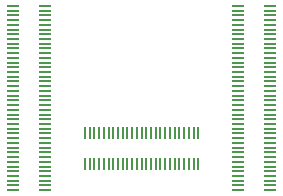
<source format=gbr>
G04 #@! TF.GenerationSoftware,KiCad,Pcbnew,5.1.7-a382d34a8~87~ubuntu18.04.1*
G04 #@! TF.CreationDate,2020-10-22T16:54:02+03:00*
G04 #@! TF.ProjectId,FreeSmart157AAC_29mm_devboard_5r_smd,46726565-536d-4617-9274-313537414143,rev?*
G04 #@! TF.SameCoordinates,Original*
G04 #@! TF.FileFunction,Paste,Top*
G04 #@! TF.FilePolarity,Positive*
%FSLAX46Y46*%
G04 Gerber Fmt 4.6, Leading zero omitted, Abs format (unit mm)*
G04 Created by KiCad (PCBNEW 5.1.7-a382d34a8~87~ubuntu18.04.1) date 2020-10-22 16:54:02*
%MOMM*%
%LPD*%
G01*
G04 APERTURE LIST*
%ADD10R,0.200000X1.140000*%
%ADD11R,1.140000X0.200000*%
G04 APERTURE END LIST*
D10*
X4800000Y-2960000D03*
X4800000Y-5600000D03*
X4400000Y-2960000D03*
X4400000Y-5600000D03*
X4000000Y-2960000D03*
X4000000Y-5600000D03*
X3600000Y-2960000D03*
X3600000Y-5600000D03*
X3200000Y-2960000D03*
X3200000Y-5600000D03*
X2800000Y-2960000D03*
X2800000Y-5600000D03*
X2400000Y-2960000D03*
X2400000Y-5600000D03*
X2000000Y-2960000D03*
X2000000Y-5600000D03*
X1600000Y-2960000D03*
X1600000Y-5600000D03*
X1200000Y-2960000D03*
X1200000Y-5600000D03*
X800000Y-2960000D03*
X800000Y-5600000D03*
X400000Y-2960000D03*
X400000Y-5600000D03*
X0Y-2960000D03*
X0Y-5600000D03*
X-400000Y-2960000D03*
X-400000Y-5600000D03*
X-800000Y-2960000D03*
X-800000Y-5600000D03*
X-1200000Y-2960000D03*
X-1200000Y-5600000D03*
X-1600000Y-2960000D03*
X-1600000Y-5600000D03*
X-2000000Y-2960000D03*
X-2000000Y-5600000D03*
X-2400000Y-2960000D03*
X-2400000Y-5600000D03*
X-2800000Y-2960000D03*
X-2800000Y-5600000D03*
X-3200000Y-2960000D03*
X-3200000Y-5600000D03*
X-3600000Y-2960000D03*
X-3600000Y-5600000D03*
X-4000000Y-2960000D03*
X-4000000Y-5600000D03*
X-4400000Y-2960000D03*
X-4400000Y-5600000D03*
X-4800000Y-2960000D03*
X-4800000Y-5600000D03*
D11*
X8205000Y7800000D03*
X10845000Y7800000D03*
X8205000Y7400000D03*
X10845000Y7400000D03*
X8205000Y7000000D03*
X10845000Y7000000D03*
X8205000Y6600000D03*
X10845000Y6600000D03*
X8205000Y6200000D03*
X10845000Y6200000D03*
X8205000Y5800000D03*
X10845000Y5800000D03*
X8205000Y5400000D03*
X10845000Y5400000D03*
X8205000Y5000000D03*
X10845000Y5000000D03*
X8205000Y4600000D03*
X10845000Y4600000D03*
X8205000Y4200000D03*
X10845000Y4200000D03*
X8205000Y3800000D03*
X10845000Y3800000D03*
X8205000Y3400000D03*
X10845000Y3400000D03*
X8205000Y3000000D03*
X10845000Y3000000D03*
X8205000Y2600000D03*
X10845000Y2600000D03*
X8205000Y2200000D03*
X10845000Y2200000D03*
X8205000Y1800000D03*
X10845000Y1800000D03*
X8205000Y1400000D03*
X10845000Y1400000D03*
X8205000Y1000000D03*
X10845000Y1000000D03*
X8205000Y600000D03*
X10845000Y600000D03*
X8205000Y200000D03*
X10845000Y200000D03*
X8205000Y-200000D03*
X10845000Y-200000D03*
X8205000Y-600000D03*
X10845000Y-600000D03*
X8205000Y-1000000D03*
X10845000Y-1000000D03*
X8205000Y-1400000D03*
X10845000Y-1400000D03*
X8205000Y-1800000D03*
X10845000Y-1800000D03*
X8205000Y-2200000D03*
X10845000Y-2200000D03*
X8205000Y-2600000D03*
X10845000Y-2600000D03*
X8205000Y-3000000D03*
X10845000Y-3000000D03*
X8205000Y-3400000D03*
X10845000Y-3400000D03*
X8205000Y-3800000D03*
X10845000Y-3800000D03*
X8205000Y-4200000D03*
X10845000Y-4200000D03*
X8205000Y-4600000D03*
X10845000Y-4600000D03*
X8205000Y-5000000D03*
X10845000Y-5000000D03*
X8205000Y-5400000D03*
X10845000Y-5400000D03*
X8205000Y-5800000D03*
X10845000Y-5800000D03*
X8205000Y-6200000D03*
X10845000Y-6200000D03*
X8205000Y-6600000D03*
X10845000Y-6600000D03*
X8205000Y-7000000D03*
X10845000Y-7000000D03*
X8205000Y-7400000D03*
X10845000Y-7400000D03*
X8205000Y-7800000D03*
X10845000Y-7800000D03*
X-10845000Y7800000D03*
X-8205000Y7800000D03*
X-10845000Y7400000D03*
X-8205000Y7400000D03*
X-10845000Y7000000D03*
X-8205000Y7000000D03*
X-10845000Y6600000D03*
X-8205000Y6600000D03*
X-10845000Y6200000D03*
X-8205000Y6200000D03*
X-10845000Y5800000D03*
X-8205000Y5800000D03*
X-10845000Y5400000D03*
X-8205000Y5400000D03*
X-10845000Y5000000D03*
X-8205000Y5000000D03*
X-10845000Y4600000D03*
X-8205000Y4600000D03*
X-10845000Y4200000D03*
X-8205000Y4200000D03*
X-10845000Y3800000D03*
X-8205000Y3800000D03*
X-10845000Y3400000D03*
X-8205000Y3400000D03*
X-10845000Y3000000D03*
X-8205000Y3000000D03*
X-10845000Y2600000D03*
X-8205000Y2600000D03*
X-10845000Y2200000D03*
X-8205000Y2200000D03*
X-10845000Y1800000D03*
X-8205000Y1800000D03*
X-10845000Y1400000D03*
X-8205000Y1400000D03*
X-10845000Y1000000D03*
X-8205000Y1000000D03*
X-10845000Y600000D03*
X-8205000Y600000D03*
X-10845000Y200000D03*
X-8205000Y200000D03*
X-10845000Y-200000D03*
X-8205000Y-200000D03*
X-10845000Y-600000D03*
X-8205000Y-600000D03*
X-10845000Y-1000000D03*
X-8205000Y-1000000D03*
X-10845000Y-1400000D03*
X-8205000Y-1400000D03*
X-10845000Y-1800000D03*
X-8205000Y-1800000D03*
X-10845000Y-2200000D03*
X-8205000Y-2200000D03*
X-10845000Y-2600000D03*
X-8205000Y-2600000D03*
X-10845000Y-3000000D03*
X-8205000Y-3000000D03*
X-10845000Y-3400000D03*
X-8205000Y-3400000D03*
X-10845000Y-3800000D03*
X-8205000Y-3800000D03*
X-10845000Y-4200000D03*
X-8205000Y-4200000D03*
X-10845000Y-4600000D03*
X-8205000Y-4600000D03*
X-10845000Y-5000000D03*
X-8205000Y-5000000D03*
X-10845000Y-5400000D03*
X-8205000Y-5400000D03*
X-10845000Y-5800000D03*
X-8205000Y-5800000D03*
X-10845000Y-6200000D03*
X-8205000Y-6200000D03*
X-10845000Y-6600000D03*
X-8205000Y-6600000D03*
X-10845000Y-7000000D03*
X-8205000Y-7000000D03*
X-10845000Y-7400000D03*
X-8205000Y-7400000D03*
X-10845000Y-7800000D03*
X-8205000Y-7800000D03*
M02*

</source>
